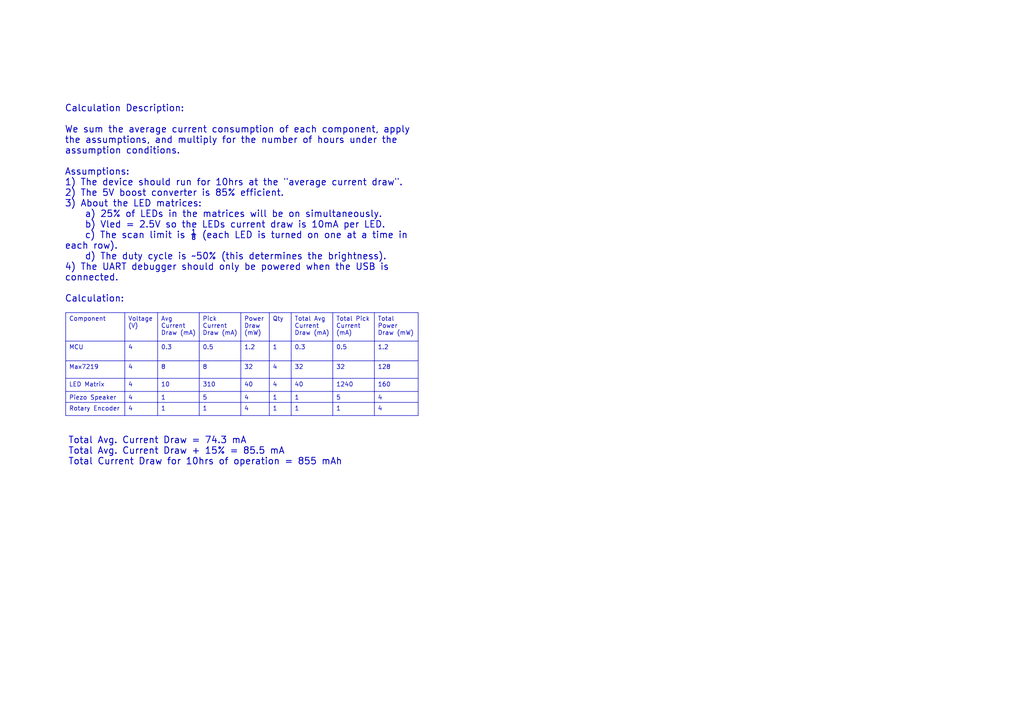
<source format=kicad_sch>
(kicad_sch
	(version 20250114)
	(generator "eeschema")
	(generator_version "9.0")
	(uuid "478e2552-482f-4b9c-b56a-e4466a6f9da1")
	(paper "A4")
	(title_block
		(title "Kitchen Timer - ${SHEETNAME}")
		(date "2025-03-15")
		(rev "v01")
		(comment 2 "creativecommons.org/licences/4.0/")
		(comment 3 "Licence: CC BY 4.0")
		(comment 4 "Author: Nicolas Perozzi")
	)
	(lib_symbols)
	(text "${SHEETNAME}"
		(exclude_from_sim no)
		(at 16.256 21.336 0)
		(effects
			(font
				(size 3.81 3.81)
				(thickness 0.762)
				(bold yes)
			)
			(justify left)
		)
		(uuid "60f23fac-deb2-4013-a622-872e13085529")
	)
	(text_box "Total Avg. Current Draw = 74.3 mA\nTotal Avg. Current Draw + 15% = 85.5 mA\nTotal Current Draw for 10hrs of operation = 855 mAh"
		(exclude_from_sim no)
		(at 18.796 125.476 0)
		(size 95.885 12.065)
		(margins 0.9525 0.9525 0.9525 0.9525)
		(stroke
			(width -0.0001)
			(type solid)
		)
		(fill
			(type none)
		)
		(effects
			(font
				(size 1.905 1.905)
				(thickness 0.2381)
			)
			(justify left top)
		)
		(uuid "49dd84ff-ce36-49b4-9d02-7acb252de80b")
	)
	(text_box "Calculation Description:\n\nWe sum the average current consumption of each component, apply the assumptions, and multiply for the number of hours under the assumption conditions.\n\nAssumptions:\n1) The device should run for 10hrs at the \"average current draw\".\n2) The 5V boost converter is 85% efficient.\n3) About the LED matrices:\n    a) 25% of LEDs in the matrices will be on simultaneously.\n    b) Vled = 2.5V so the LEDs current draw is 10mA per LED.\n    c) The scan limit is ⅛ (each LED is turned on one at a time in each row).\n    d) The duty cycle is ~50% (this determines the brightness).\n4) The UART debugger should only be powered when the USB is connected.\n\nCalculation:\n"
		(exclude_from_sim no)
		(at 17.78 29.21 0)
		(size 102.87 57.15)
		(margins 0.9525 0.9525 0.9525 0.9525)
		(stroke
			(width -0.0001)
			(type solid)
		)
		(fill
			(type none)
		)
		(effects
			(font
				(size 1.905 1.905)
				(thickness 0.2381)
			)
			(justify left top)
		)
		(uuid "9ab0292d-e59f-47db-b5a0-4ca3fd1b558e")
	)
	(table
		(column_count 9)
		(border
			(external yes)
			(header yes)
			(stroke
				(width 0.2)
				(type solid)
			)
		)
		(separators
			(rows yes)
			(cols yes)
			(stroke
				(width 0)
				(type solid)
			)
		)
		(column_widths 17.145 9.525 12.065 12.065 8.255 6.35 12.065 12.065 12.7)
		(row_heights 8.255 5.715 5.08 3.81 3.175 3.81)
		(cells
			(table_cell "Component"
				(exclude_from_sim no)
				(at 19.05 90.678 0)
				(size 17.145 8.255)
				(margins 0.9525 0.9525 0.9525 0.9525)
				(span 1 1)
				(fill
					(type none)
				)
				(effects
					(font
						(size 1.27 1.27)
					)
					(justify left top)
				)
				(uuid "4a25af72-6739-45d9-a938-0a6fd93dbdde")
			)
			(table_cell "Voltage (V)"
				(exclude_from_sim no)
				(at 36.195 90.678 0)
				(size 9.525 8.255)
				(margins 0.9525 0.9525 0.9525 0.9525)
				(span 1 1)
				(fill
					(type none)
				)
				(effects
					(font
						(size 1.27 1.27)
					)
					(justify left top)
				)
				(uuid "bbbe3113-89a3-4659-be5c-b9d2ed736d08")
			)
			(table_cell "Avg Current Draw (mA)"
				(exclude_from_sim no)
				(at 45.72 90.678 0)
				(size 12.065 8.255)
				(margins 0.9525 0.9525 0.9525 0.9525)
				(span 1 1)
				(fill
					(type none)
				)
				(effects
					(font
						(size 1.27 1.27)
					)
					(justify left top)
				)
				(uuid "a3848ad0-b9fa-4b02-9ae7-67ca5a6d958c")
			)
			(table_cell "Pick Current Draw (mA)"
				(exclude_from_sim no)
				(at 57.785 90.678 0)
				(size 12.065 8.255)
				(margins 0.9525 0.9525 0.9525 0.9525)
				(span 1 1)
				(fill
					(type none)
				)
				(effects
					(font
						(size 1.27 1.27)
					)
					(justify left top)
				)
				(uuid "0ed1fbb3-b793-4d8d-8eaa-47ca1e16e47c")
			)
			(table_cell "Power Draw (mW)"
				(exclude_from_sim no)
				(at 69.85 90.678 0)
				(size 8.255 8.255)
				(margins 0.9525 0.9525 0.9525 0.9525)
				(span 1 1)
				(fill
					(type none)
				)
				(effects
					(font
						(size 1.27 1.27)
					)
					(justify left top)
				)
				(uuid "60a2494a-d0a7-444b-a9ac-a671c43992ad")
			)
			(table_cell "Qty"
				(exclude_from_sim no)
				(at 78.105 90.678 0)
				(size 6.35 8.255)
				(margins 0.9525 0.9525 0.9525 0.9525)
				(span 1 1)
				(fill
					(type none)
				)
				(effects
					(font
						(size 1.27 1.27)
					)
					(justify left top)
				)
				(uuid "b406be06-9f34-4ac5-9f50-d22dd5497960")
			)
			(table_cell "Total Avg Current Draw (mA)"
				(exclude_from_sim no)
				(at 84.455 90.678 0)
				(size 12.065 8.255)
				(margins 0.9525 0.9525 0.9525 0.9525)
				(span 1 1)
				(fill
					(type none)
				)
				(effects
					(font
						(size 1.27 1.27)
					)
					(justify left top)
				)
				(uuid "f2f6165f-3722-4212-b3f8-72791270690c")
			)
			(table_cell "Total Pick Current (mA)"
				(exclude_from_sim no)
				(at 96.52 90.678 0)
				(size 12.065 8.255)
				(margins 0.9525 0.9525 0.9525 0.9525)
				(span 1 1)
				(fill
					(type none)
				)
				(effects
					(font
						(size 1.27 1.27)
					)
					(justify left top)
				)
				(uuid "d42c9c9a-e9b0-4574-8b56-61e8fe12ba6d")
			)
			(table_cell "Total Power Draw (mW)"
				(exclude_from_sim no)
				(at 108.585 90.678 0)
				(size 12.7 8.255)
				(margins 0.9525 0.9525 0.9525 0.9525)
				(span 1 1)
				(fill
					(type none)
				)
				(effects
					(font
						(size 1.27 1.27)
					)
					(justify left top)
				)
				(uuid "1b37dd95-fa79-46f5-b763-6e1928bd11e7")
			)
			(table_cell "MCU"
				(exclude_from_sim no)
				(at 19.05 98.933 0)
				(size 17.145 5.715)
				(margins 0.9525 0.9525 0.9525 0.9525)
				(span 1 1)
				(fill
					(type none)
				)
				(effects
					(font
						(size 1.27 1.27)
					)
					(justify left top)
				)
				(uuid "8d284f9d-71ca-4a8d-9f18-3a7e8c4a0e44")
			)
			(table_cell "4"
				(exclude_from_sim no)
				(at 36.195 98.933 0)
				(size 9.525 5.715)
				(margins 0.9525 0.9525 0.9525 0.9525)
				(span 1 1)
				(fill
					(type none)
				)
				(effects
					(font
						(size 1.27 1.27)
					)
					(justify left top)
				)
				(uuid "e4496c65-ef2f-41c2-9706-2da469dce972")
			)
			(table_cell "0.3"
				(exclude_from_sim no)
				(at 45.72 98.933 0)
				(size 12.065 5.715)
				(margins 0.9525 0.9525 0.9525 0.9525)
				(span 1 1)
				(fill
					(type none)
				)
				(effects
					(font
						(size 1.27 1.27)
					)
					(justify left top)
				)
				(uuid "04759237-921a-4d65-a958-1e68162a2d01")
			)
			(table_cell "0.5"
				(exclude_from_sim no)
				(at 57.785 98.933 0)
				(size 12.065 5.715)
				(margins 0.9525 0.9525 0.9525 0.9525)
				(span 1 1)
				(fill
					(type none)
				)
				(effects
					(font
						(size 1.27 1.27)
					)
					(justify left top)
				)
				(uuid "9794e4e3-1329-4386-870a-f876f0a0e70e")
			)
			(table_cell "1.2"
				(exclude_from_sim no)
				(at 69.85 98.933 0)
				(size 8.255 5.715)
				(margins 0.9525 0.9525 0.9525 0.9525)
				(span 1 1)
				(fill
					(type none)
				)
				(effects
					(font
						(size 1.27 1.27)
					)
					(justify left top)
				)
				(uuid "4400a7f3-015c-457f-bd9d-fbffde69ee04")
			)
			(table_cell "1"
				(exclude_from_sim no)
				(at 78.105 98.933 0)
				(size 6.35 5.715)
				(margins 0.9525 0.9525 0.9525 0.9525)
				(span 1 1)
				(fill
					(type none)
				)
				(effects
					(font
						(size 1.27 1.27)
					)
					(justify left top)
				)
				(uuid "0f087944-4a27-48f5-97ca-e225974aea0a")
			)
			(table_cell "0.3"
				(exclude_from_sim no)
				(at 84.455 98.933 0)
				(size 12.065 5.715)
				(margins 0.9525 0.9525 0.9525 0.9525)
				(span 1 1)
				(fill
					(type none)
				)
				(effects
					(font
						(size 1.27 1.27)
					)
					(justify left top)
				)
				(uuid "04364e23-5c7f-4361-bacd-63fb52148f63")
			)
			(table_cell "0.5"
				(exclude_from_sim no)
				(at 96.52 98.933 0)
				(size 12.065 5.715)
				(margins 0.9525 0.9525 0.9525 0.9525)
				(span 1 1)
				(fill
					(type none)
				)
				(effects
					(font
						(size 1.27 1.27)
					)
					(justify left top)
				)
				(uuid "c4a15082-a263-4f6a-8cb9-3924d84f8fcc")
			)
			(table_cell "1.2"
				(exclude_from_sim no)
				(at 108.585 98.933 0)
				(size 12.7 5.715)
				(margins 0.9525 0.9525 0.9525 0.9525)
				(span 1 1)
				(fill
					(type none)
				)
				(effects
					(font
						(size 1.27 1.27)
					)
					(justify left top)
				)
				(uuid "dd28df82-2916-4817-8dd8-8469dab713aa")
			)
			(table_cell "Max7219"
				(exclude_from_sim no)
				(at 19.05 104.648 0)
				(size 17.145 5.08)
				(margins 0.9525 0.9525 0.9525 0.9525)
				(span 1 1)
				(fill
					(type none)
				)
				(effects
					(font
						(size 1.27 1.27)
					)
					(justify left top)
				)
				(uuid "a97ac846-2d67-4dd0-9d27-51fd0bd1da4c")
			)
			(table_cell "4"
				(exclude_from_sim no)
				(at 36.195 104.648 0)
				(size 9.525 5.08)
				(margins 0.9525 0.9525 0.9525 0.9525)
				(span 1 1)
				(fill
					(type none)
				)
				(effects
					(font
						(size 1.27 1.27)
					)
					(justify left top)
				)
				(uuid "6768ac57-d6b8-4587-9d82-0b73b70a85d7")
			)
			(table_cell "8"
				(exclude_from_sim no)
				(at 45.72 104.648 0)
				(size 12.065 5.08)
				(margins 0.9525 0.9525 0.9525 0.9525)
				(span 1 1)
				(fill
					(type none)
				)
				(effects
					(font
						(size 1.27 1.27)
					)
					(justify left top)
				)
				(uuid "8dd0e96a-a9f8-48c8-9e3d-e26cb8f68e00")
			)
			(table_cell "8"
				(exclude_from_sim no)
				(at 57.785 104.648 0)
				(size 12.065 5.08)
				(margins 0.9525 0.9525 0.9525 0.9525)
				(span 1 1)
				(fill
					(type none)
				)
				(effects
					(font
						(size 1.27 1.27)
					)
					(justify left top)
				)
				(uuid "4552ab01-83b8-425d-823f-390ecc9b2cdd")
			)
			(table_cell "32"
				(exclude_from_sim no)
				(at 69.85 104.648 0)
				(size 8.255 5.08)
				(margins 0.9525 0.9525 0.9525 0.9525)
				(span 1 1)
				(fill
					(type none)
				)
				(effects
					(font
						(size 1.27 1.27)
					)
					(justify left top)
				)
				(uuid "4ed3a0da-1a7f-4795-a705-fd2fa66720a6")
			)
			(table_cell "4"
				(exclude_from_sim no)
				(at 78.105 104.648 0)
				(size 6.35 5.08)
				(margins 0.9525 0.9525 0.9525 0.9525)
				(span 1 1)
				(fill
					(type none)
				)
				(effects
					(font
						(size 1.27 1.27)
					)
					(justify left top)
				)
				(uuid "0278a26b-8e78-440a-b2a1-6d3a66a006bf")
			)
			(table_cell "32"
				(exclude_from_sim no)
				(at 84.455 104.648 0)
				(size 12.065 5.08)
				(margins 0.9525 0.9525 0.9525 0.9525)
				(span 1 1)
				(fill
					(type none)
				)
				(effects
					(font
						(size 1.27 1.27)
					)
					(justify left top)
				)
				(uuid "8c0de92e-41ec-4fbe-93fd-739de1be7478")
			)
			(table_cell "32"
				(exclude_from_sim no)
				(at 96.52 104.648 0)
				(size 12.065 5.08)
				(margins 0.9525 0.9525 0.9525 0.9525)
				(span 1 1)
				(fill
					(type none)
				)
				(effects
					(font
						(size 1.27 1.27)
					)
					(justify left top)
				)
				(uuid "79921f91-d5b6-4b3f-899e-478a03452e0c")
			)
			(table_cell "128"
				(exclude_from_sim no)
				(at 108.585 104.648 0)
				(size 12.7 5.08)
				(margins 0.9525 0.9525 0.9525 0.9525)
				(span 1 1)
				(fill
					(type none)
				)
				(effects
					(font
						(size 1.27 1.27)
					)
					(justify left top)
				)
				(uuid "36d8f404-6af1-4b5b-a089-1c18a566da65")
			)
			(table_cell "LED Matrix"
				(exclude_from_sim no)
				(at 19.05 109.728 0)
				(size 17.145 3.81)
				(margins 0.9525 0.9525 0.9525 0.9525)
				(span 1 1)
				(fill
					(type none)
				)
				(effects
					(font
						(size 1.27 1.27)
					)
					(justify left top)
				)
				(uuid "7dcb65c1-cf90-426a-bfea-7cd6269aabac")
			)
			(table_cell "4"
				(exclude_from_sim no)
				(at 36.195 109.728 0)
				(size 9.525 3.81)
				(margins 0.9525 0.9525 0.9525 0.9525)
				(span 1 1)
				(fill
					(type none)
				)
				(effects
					(font
						(size 1.27 1.27)
					)
					(justify left top)
				)
				(uuid "3961e862-c998-4fa0-b86a-58acc1485217")
			)
			(table_cell "10"
				(exclude_from_sim no)
				(at 45.72 109.728 0)
				(size 12.065 3.81)
				(margins 0.9525 0.9525 0.9525 0.9525)
				(span 1 1)
				(fill
					(type none)
				)
				(effects
					(font
						(size 1.27 1.27)
					)
					(justify left top)
				)
				(uuid "d90da65a-84c3-4803-9f21-2b914521eb7b")
			)
			(table_cell "310"
				(exclude_from_sim no)
				(at 57.785 109.728 0)
				(size 12.065 3.81)
				(margins 0.9525 0.9525 0.9525 0.9525)
				(span 1 1)
				(fill
					(type none)
				)
				(effects
					(font
						(size 1.27 1.27)
					)
					(justify left top)
				)
				(uuid "f37ff8c8-0112-4d81-abc0-ee1197afd070")
			)
			(table_cell "40"
				(exclude_from_sim no)
				(at 69.85 109.728 0)
				(size 8.255 3.81)
				(margins 0.9525 0.9525 0.9525 0.9525)
				(span 1 1)
				(fill
					(type none)
				)
				(effects
					(font
						(size 1.27 1.27)
					)
					(justify left top)
				)
				(uuid "3e89b976-5413-4345-9c9b-fd46e563f671")
			)
			(table_cell "4"
				(exclude_from_sim no)
				(at 78.105 109.728 0)
				(size 6.35 3.81)
				(margins 0.9525 0.9525 0.9525 0.9525)
				(span 1 1)
				(fill
					(type none)
				)
				(effects
					(font
						(size 1.27 1.27)
					)
					(justify left top)
				)
				(uuid "e65601b8-f3f5-4f70-b823-94cab98dd797")
			)
			(table_cell "40"
				(exclude_from_sim no)
				(at 84.455 109.728 0)
				(size 12.065 3.81)
				(margins 0.9525 0.9525 0.9525 0.9525)
				(span 1 1)
				(fill
					(type none)
				)
				(effects
					(font
						(size 1.27 1.27)
					)
					(justify left top)
				)
				(uuid "96701197-a65e-41fe-aa2a-53aeccb3e4cd")
			)
			(table_cell "1240"
				(exclude_from_sim no)
				(at 96.52 109.728 0)
				(size 12.065 3.81)
				(margins 0.9525 0.9525 0.9525 0.9525)
				(span 1 1)
				(fill
					(type none)
				)
				(effects
					(font
						(size 1.27 1.27)
					)
					(justify left top)
				)
				(uuid "8f72b345-1056-4eca-974f-1ff7c8e66062")
			)
			(table_cell "160"
				(exclude_from_sim no)
				(at 108.585 109.728 0)
				(size 12.7 3.81)
				(margins 0.9525 0.9525 0.9525 0.9525)
				(span 1 1)
				(fill
					(type none)
				)
				(effects
					(font
						(size 1.27 1.27)
					)
					(justify left top)
				)
				(uuid "9e4985b7-e6f2-4879-b238-8016a1b3123a")
			)
			(table_cell "Piezo Speaker"
				(exclude_from_sim no)
				(at 19.05 113.538 0)
				(size 17.145 3.175)
				(margins 0.9525 0.9525 0.9525 0.9525)
				(span 1 1)
				(fill
					(type none)
				)
				(effects
					(font
						(size 1.27 1.27)
					)
					(justify left top)
				)
				(uuid "4e3a671e-a92b-4b43-8343-9af91f0675c0")
			)
			(table_cell "4"
				(exclude_from_sim no)
				(at 36.195 113.538 0)
				(size 9.525 3.175)
				(margins 0.9525 0.9525 0.9525 0.9525)
				(span 1 1)
				(fill
					(type none)
				)
				(effects
					(font
						(size 1.27 1.27)
					)
					(justify left top)
				)
				(uuid "546c8791-da21-4cf7-9418-a5b2996f47b6")
			)
			(table_cell "1"
				(exclude_from_sim no)
				(at 45.72 113.538 0)
				(size 12.065 3.175)
				(margins 0.9525 0.9525 0.9525 0.9525)
				(span 1 1)
				(fill
					(type none)
				)
				(effects
					(font
						(size 1.27 1.27)
					)
					(justify left top)
				)
				(uuid "985468f1-dede-40b9-9fdc-6c7f27d1cfc7")
			)
			(table_cell "5"
				(exclude_from_sim no)
				(at 57.785 113.538 0)
				(size 12.065 3.175)
				(margins 0.9525 0.9525 0.9525 0.9525)
				(span 1 1)
				(fill
					(type none)
				)
				(effects
					(font
						(size 1.27 1.27)
					)
					(justify left top)
				)
				(uuid "ca48c958-8911-48e2-9483-9bd16de1f090")
			)
			(table_cell "4"
				(exclude_from_sim no)
				(at 69.85 113.538 0)
				(size 8.255 3.175)
				(margins 0.9525 0.9525 0.9525 0.9525)
				(span 1 1)
				(fill
					(type none)
				)
				(effects
					(font
						(size 1.27 1.27)
					)
					(justify left top)
				)
				(uuid "3d071fcf-5633-4e9a-9b86-870bb31f09dd")
			)
			(table_cell "1"
				(exclude_from_sim no)
				(at 78.105 113.538 0)
				(size 6.35 3.175)
				(margins 0.9525 0.9525 0.9525 0.9525)
				(span 1 1)
				(fill
					(type none)
				)
				(effects
					(font
						(size 1.27 1.27)
					)
					(justify left top)
				)
				(uuid "bd439e84-79fe-468f-b284-59c52d1a77fb")
			)
			(table_cell "1"
				(exclude_from_sim no)
				(at 84.455 113.538 0)
				(size 12.065 3.175)
				(margins 0.9525 0.9525 0.9525 0.9525)
				(span 1 1)
				(fill
					(type none)
				)
				(effects
					(font
						(size 1.27 1.27)
					)
					(justify left top)
				)
				(uuid "1ae842a4-71ec-4bea-b0ad-48c5b3194d20")
			)
			(table_cell "5"
				(exclude_from_sim no)
				(at 96.52 113.538 0)
				(size 12.065 3.175)
				(margins 0.9525 0.9525 0.9525 0.9525)
				(span 1 1)
				(fill
					(type none)
				)
				(effects
					(font
						(size 1.27 1.27)
					)
					(justify left top)
				)
				(uuid "813a2f07-e184-4aae-934d-b221d32aa3e1")
			)
			(table_cell "4"
				(exclude_from_sim no)
				(at 108.585 113.538 0)
				(size 12.7 3.175)
				(margins 0.9525 0.9525 0.9525 0.9525)
				(span 1 1)
				(fill
					(type none)
				)
				(effects
					(font
						(size 1.27 1.27)
					)
					(justify left top)
				)
				(uuid "469aa206-c860-456a-bdb2-76f681ea5ba3")
			)
			(table_cell "Rotary Encoder"
				(exclude_from_sim no)
				(at 19.05 116.713 0)
				(size 17.145 3.81)
				(margins 0.9525 0.9525 0.9525 0.9525)
				(span 1 1)
				(fill
					(type none)
				)
				(effects
					(font
						(size 1.27 1.27)
					)
					(justify left top)
				)
				(uuid "15cb728e-8b69-4489-a2f3-f894a767627e")
			)
			(table_cell "4"
				(exclude_from_sim no)
				(at 36.195 116.713 0)
				(size 9.525 3.81)
				(margins 0.9525 0.9525 0.9525 0.9525)
				(span 1 1)
				(fill
					(type none)
				)
				(effects
					(font
						(size 1.27 1.27)
					)
					(justify left top)
				)
				(uuid "33777926-135b-4a71-8d54-a3412533e99d")
			)
			(table_cell "1"
				(exclude_from_sim no)
				(at 45.72 116.713 0)
				(size 12.065 3.81)
				(margins 0.9525 0.9525 0.9525 0.9525)
				(span 1 1)
				(fill
					(type none)
				)
				(effects
					(font
						(size 1.27 1.27)
					)
					(justify left top)
				)
				(uuid "f1ec82c3-a839-45a0-a5cd-9e15a1235d6c")
			)
			(table_cell "1"
				(exclude_from_sim no)
				(at 57.785 116.713 0)
				(size 12.065 3.81)
				(margins 0.9525 0.9525 0.9525 0.9525)
				(span 1 1)
				(fill
					(type none)
				)
				(effects
					(font
						(size 1.27 1.27)
					)
					(justify left top)
				)
				(uuid "b2c29c01-36ea-4c96-87f6-9982501bc6bf")
			)
			(table_cell "4"
				(exclude_from_sim no)
				(at 69.85 116.713 0)
				(size 8.255 3.81)
				(margins 0.9525 0.9525 0.9525 0.9525)
				(span 1 1)
				(fill
					(type none)
				)
				(effects
					(font
						(size 1.27 1.27)
					)
					(justify left top)
				)
				(uuid "b12b7f01-b889-4b3a-809f-e60e4336bdd1")
			)
			(table_cell "1"
				(exclude_from_sim no)
				(at 78.105 116.713 0)
				(size 6.35 3.81)
				(margins 0.9525 0.9525 0.9525 0.9525)
				(span 1 1)
				(fill
					(type none)
				)
				(effects
					(font
						(size 1.27 1.27)
					)
					(justify left top)
				)
				(uuid "fb0a1ffc-2a6f-4f32-baf2-796f75840c7a")
			)
			(table_cell "1"
				(exclude_from_sim no)
				(at 84.455 116.713 0)
				(size 12.065 3.81)
				(margins 0.9525 0.9525 0.9525 0.9525)
				(span 1 1)
				(fill
					(type none)
				)
				(effects
					(font
						(size 1.27 1.27)
					)
					(justify left top)
				)
				(uuid "c320c6f1-7bc1-4c34-b17e-10955bb2d01d")
			)
			(table_cell "1"
				(exclude_from_sim no)
				(at 96.52 116.713 0)
				(size 12.065 3.81)
				(margins 0.9525 0.9525 0.9525 0.9525)
				(span 1 1)
				(fill
					(type none)
				)
				(effects
					(font
						(size 1.27 1.27)
					)
					(justify left top)
				)
				(uuid "7207ea2c-87ad-4b9a-8294-bb41659f3b97")
			)
			(table_cell "4"
				(exclude_from_sim no)
				(at 108.585 116.713 0)
				(size 12.7 3.81)
				(margins 0.9525 0.9525 0.9525 0.9525)
				(span 1 1)
				(fill
					(type none)
				)
				(effects
					(font
						(size 1.27 1.27)
					)
					(justify left top)
				)
				(uuid "2653ca8c-207e-4881-a707-abdc1015cb2b")
			)
		)
	)
)

</source>
